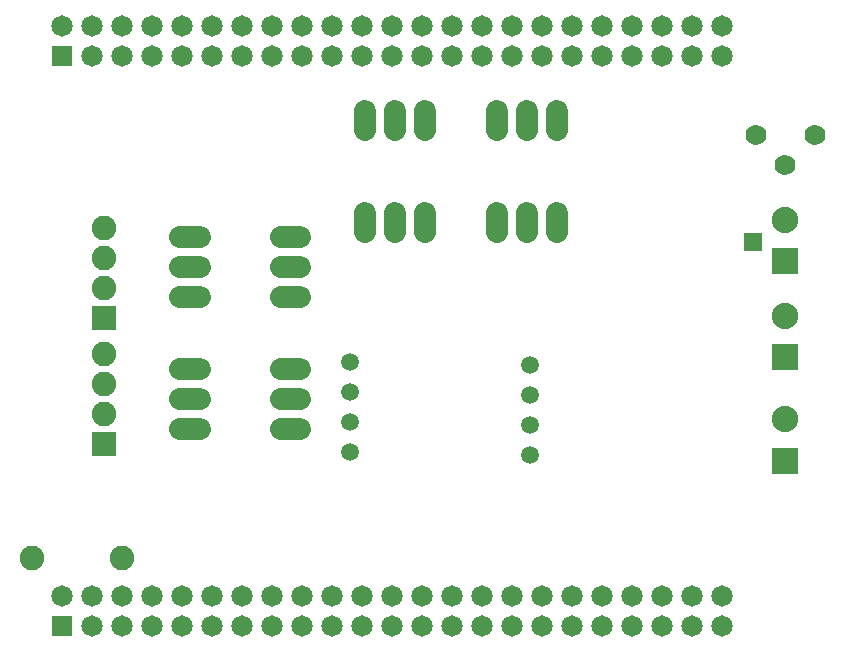
<source format=gbs>
G75*
%MOIN*%
%OFA0B0*%
%FSLAX25Y25*%
%IPPOS*%
%LPD*%
%AMOC8*
5,1,8,0,0,1.08239X$1,22.5*
%
%ADD10R,0.07137X0.07137*%
%ADD11C,0.07137*%
%ADD12R,0.08800X0.08800*%
%ADD13C,0.08800*%
%ADD14C,0.08200*%
%ADD15C,0.07200*%
%ADD16C,0.06940*%
%ADD17R,0.08200X0.08200*%
%ADD18C,0.05950*%
%ADD19R,0.05950X0.05950*%
D10*
X0080000Y0091833D03*
X0080000Y0281833D03*
D11*
X0090000Y0281833D03*
X0100000Y0281833D03*
X0110000Y0281833D03*
X0120000Y0281833D03*
X0130000Y0281833D03*
X0140000Y0281833D03*
X0150000Y0281833D03*
X0160000Y0281833D03*
X0170000Y0281833D03*
X0180000Y0281833D03*
X0190000Y0281833D03*
X0200000Y0281833D03*
X0210000Y0281833D03*
X0220000Y0281833D03*
X0230000Y0281833D03*
X0240000Y0281833D03*
X0250000Y0281833D03*
X0260000Y0281833D03*
X0270000Y0281833D03*
X0280000Y0281833D03*
X0290000Y0281833D03*
X0300000Y0281833D03*
X0300000Y0291833D03*
X0290000Y0291833D03*
X0280000Y0291833D03*
X0270000Y0291833D03*
X0260000Y0291833D03*
X0250000Y0291833D03*
X0240000Y0291833D03*
X0230000Y0291833D03*
X0220000Y0291833D03*
X0210000Y0291833D03*
X0200000Y0291833D03*
X0190000Y0291833D03*
X0180000Y0291833D03*
X0170000Y0291833D03*
X0160000Y0291833D03*
X0150000Y0291833D03*
X0140000Y0291833D03*
X0130000Y0291833D03*
X0120000Y0291833D03*
X0110000Y0291833D03*
X0100000Y0291833D03*
X0090000Y0291833D03*
X0080000Y0291833D03*
X0080000Y0101833D03*
X0090000Y0101833D03*
X0090000Y0091833D03*
X0100000Y0091833D03*
X0110000Y0091833D03*
X0120000Y0091833D03*
X0130000Y0091833D03*
X0140000Y0091833D03*
X0150000Y0091833D03*
X0160000Y0091833D03*
X0170000Y0091833D03*
X0180000Y0091833D03*
X0190000Y0091833D03*
X0200000Y0091833D03*
X0210000Y0091833D03*
X0220000Y0091833D03*
X0230000Y0091833D03*
X0240000Y0091833D03*
X0250000Y0091833D03*
X0260000Y0091833D03*
X0270000Y0091833D03*
X0280000Y0091833D03*
X0290000Y0091833D03*
X0300000Y0091833D03*
X0300000Y0101833D03*
X0290000Y0101833D03*
X0280000Y0101833D03*
X0270000Y0101833D03*
X0260000Y0101833D03*
X0250000Y0101833D03*
X0240000Y0101833D03*
X0230000Y0101833D03*
X0220000Y0101833D03*
X0210000Y0101833D03*
X0200000Y0101833D03*
X0190000Y0101833D03*
X0180000Y0101833D03*
X0170000Y0101833D03*
X0160000Y0101833D03*
X0150000Y0101833D03*
X0140000Y0101833D03*
X0130000Y0101833D03*
X0120000Y0101833D03*
X0110000Y0101833D03*
X0100000Y0101833D03*
D12*
X0321000Y0146833D03*
X0321000Y0181333D03*
X0321000Y0213333D03*
D13*
X0321000Y0227113D03*
X0321000Y0195113D03*
X0321000Y0160613D03*
D14*
X0100000Y0114333D03*
X0070000Y0114333D03*
X0094000Y0162333D03*
X0094000Y0172333D03*
X0094000Y0182333D03*
X0094000Y0204333D03*
X0094000Y0214333D03*
X0094000Y0224333D03*
D15*
X0119300Y0221333D02*
X0125700Y0221333D01*
X0125700Y0211333D02*
X0119300Y0211333D01*
X0119300Y0201333D02*
X0125700Y0201333D01*
X0125700Y0177333D02*
X0119300Y0177333D01*
X0119300Y0167333D02*
X0125700Y0167333D01*
X0125700Y0157333D02*
X0119300Y0157333D01*
X0152800Y0157333D02*
X0159200Y0157333D01*
X0159200Y0167333D02*
X0152800Y0167333D01*
X0152800Y0177333D02*
X0159200Y0177333D01*
X0159200Y0201333D02*
X0152800Y0201333D01*
X0152800Y0211333D02*
X0159200Y0211333D01*
X0159200Y0221333D02*
X0152800Y0221333D01*
X0181000Y0223133D02*
X0181000Y0229533D01*
X0191000Y0229533D02*
X0191000Y0223133D01*
X0201000Y0223133D02*
X0201000Y0229533D01*
X0225000Y0229533D02*
X0225000Y0223133D01*
X0235000Y0223133D02*
X0235000Y0229533D01*
X0245000Y0229533D02*
X0245000Y0223133D01*
X0245000Y0257133D02*
X0245000Y0263533D01*
X0235000Y0263533D02*
X0235000Y0257133D01*
X0225000Y0257133D02*
X0225000Y0263533D01*
X0201000Y0263533D02*
X0201000Y0257133D01*
X0191000Y0257133D02*
X0191000Y0263533D01*
X0181000Y0263533D02*
X0181000Y0257133D01*
D16*
X0311157Y0255255D03*
X0321000Y0245412D03*
X0330843Y0255255D03*
D17*
X0094000Y0194333D03*
X0094000Y0152333D03*
D18*
X0176000Y0149833D03*
X0176000Y0159833D03*
X0176000Y0169833D03*
X0176000Y0179833D03*
X0236000Y0178833D03*
X0236000Y0168833D03*
X0236000Y0158833D03*
X0236000Y0148833D03*
D19*
X0310200Y0219833D03*
M02*

</source>
